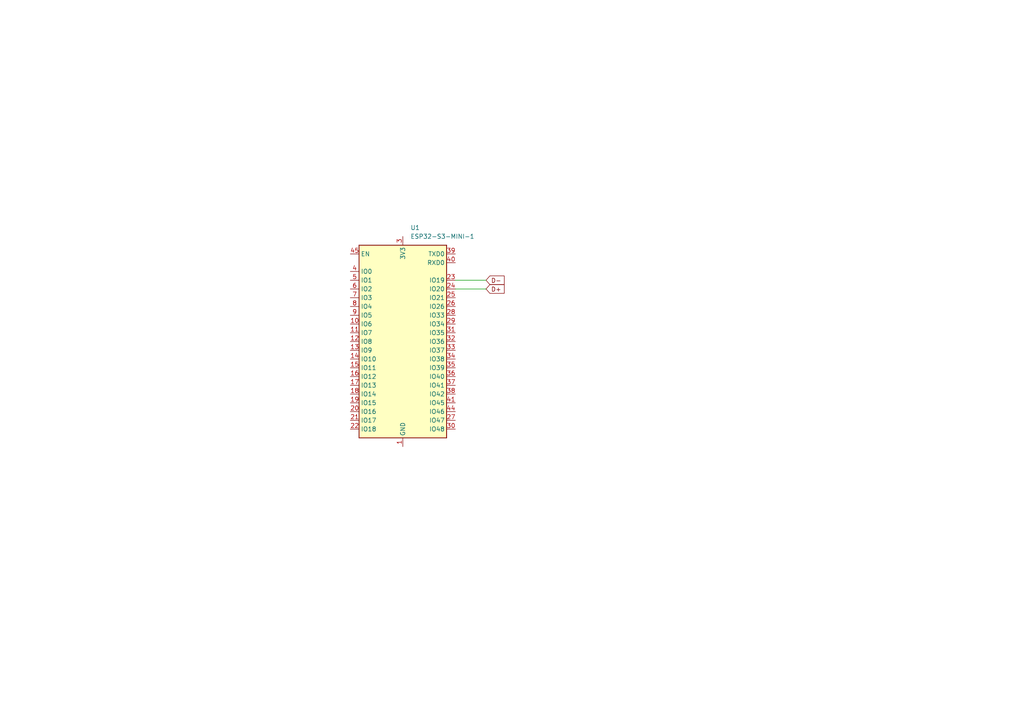
<source format=kicad_sch>
(kicad_sch (version 20231120) (generator "eeschema") (generator_version "8.0")
  (paper "A4")
  (lib_symbols
    (symbol "RF_Module:ESP32-S3-MINI-1"
      (property "Reference" "U" (at -11.43 29.21 0))
      (property "Value" "ESP32-S3-MINI-1" (at 12.7 29.21 0))
      (symbol "ESP32-S3-MINI-1_0_1"
        (rectangle (start -12.7 27.94) (end 12.7 -27.94) (stroke (width 0.254)) (fill (type background)))
      )
      (symbol "ESP32-S3-MINI-1_1_1"
        (pin power_in line (at 0 -30.48 90) (length 2.54) (name "GND") (number "1"))
        (pin bidirectional line (at -15.24 5.08 0) (length 2.54) (name "IO6") (number "10"))
        (pin bidirectional line (at -15.24 2.54 0) (length 2.54) (name "IO7") (number "11"))
        (pin bidirectional line (at -15.24 0 0) (length 2.54) (name "IO8") (number "12"))
        (pin bidirectional line (at -15.24 -2.54 0) (length 2.54) (name "IO9") (number "13"))
        (pin bidirectional line (at -15.24 -5.08 0) (length 2.54) (name "IO10") (number "14"))
        (pin bidirectional line (at -15.24 -7.62 0) (length 2.54) (name "IO11") (number "15"))
        (pin bidirectional line (at -15.24 -10.16 0) (length 2.54) (name "IO12") (number "16"))
        (pin bidirectional line (at -15.24 -12.7 0) (length 2.54) (name "IO13") (number "17"))
        (pin bidirectional line (at -15.24 -15.24 0) (length 2.54) (name "IO14") (number "18"))
        (pin bidirectional line (at -15.24 -17.78 0) (length 2.54) (name "IO15") (number "19"))
        (pin passive line (at 0 -30.48 90) (length 2.54) hide (name "GND") (number "2"))
        (pin bidirectional line (at -15.24 -20.32 0) (length 2.54) (name "IO16") (number "20"))
        (pin bidirectional line (at -15.24 -22.86 0) (length 2.54) (name "IO17") (number "21"))
        (pin bidirectional line (at -15.24 -25.4 0) (length 2.54) (name "IO18") (number "22"))
        (pin bidirectional line (at 15.24 17.78 180) (length 2.54) (name "IO19") (number "23"))
        (pin bidirectional line (at 15.24 15.24 180) (length 2.54) (name "IO20") (number "24"))
        (pin bidirectional line (at 15.24 12.7 180) (length 2.54) (name "IO21") (number "25"))
        (pin bidirectional line (at 15.24 10.16 180) (length 2.54) (name "IO26") (number "26"))
        (pin bidirectional line (at 15.24 -22.86 180) (length 2.54) (name "IO47") (number "27"))
        (pin bidirectional line (at 15.24 7.62 180) (length 2.54) (name "IO33") (number "28"))
        (pin bidirectional line (at 15.24 5.08 180) (length 2.54) (name "IO34") (number "29"))
        (pin power_in line (at 0 30.48 270) (length 2.54) (name "3V3") (number "3"))
        (pin bidirectional line (at 15.24 -25.4 180) (length 2.54) (name "IO48") (number "30"))
        (pin bidirectional line (at 15.24 2.54 180) (length 2.54) (name "IO35") (number "31"))
        (pin bidirectional line (at 15.24 0 180) (length 2.54) (name "IO36") (number "32"))
        (pin bidirectional line (at 15.24 -2.54 180) (length 2.54) (name "IO37") (number "33"))
        (pin bidirectional line (at 15.24 -5.08 180) (length 2.54) (name "IO38") (number "34"))
        (pin bidirectional line (at 15.24 -7.62 180) (length 2.54) (name "IO39") (number "35"))
        (pin bidirectional line (at 15.24 -10.16 180) (length 2.54) (name "IO40") (number "36"))
        (pin bidirectional line (at 15.24 -12.7 180) (length 2.54) (name "IO41") (number "37"))
        (pin bidirectional line (at 15.24 -15.24 180) (length 2.54) (name "IO42") (number "38"))
        (pin bidirectional line (at 15.24 25.4 180) (length 2.54) (name "TXD0") (number "39"))
        (pin bidirectional line (at -15.24 20.32 0) (length 2.54) (name "IO0") (number "4"))
        (pin bidirectional line (at 15.24 22.86 180) (length 2.54) (name "RXD0") (number "40"))
        (pin bidirectional line (at 15.24 -17.78 180) (length 2.54) (name "IO45") (number "41"))
        (pin passive line (at 0 -30.48 90) (length 2.54) hide (name "GND") (number "42"))
        (pin passive line (at 0 -30.48 90) (length 2.54) hide (name "GND") (number "43"))
        (pin bidirectional line (at 15.24 -20.32 180) (length 2.54) (name "IO46") (number "44"))
        (pin input line (at -15.24 25.4 0) (length 2.54) (name "EN") (number "45"))
        (pin passive line (at 0 -30.48 90) (length 2.54) hide (name "GND") (number "46"))
        (pin passive line (at 0 -30.48 90) (length 2.54) hide (name "GND") (number "47"))
        (pin passive line (at 0 -30.48 90) (length 2.54) hide (name "GND") (number "48"))
        (pin passive line (at 0 -30.48 90) (length 2.54) hide (name "GND") (number "49"))
        (pin bidirectional line (at -15.24 17.78 0) (length 2.54) (name "IO1") (number "5"))
        (pin passive line (at 0 -30.48 90) (length 2.54) hide (name "GND") (number "50"))
        (pin passive line (at 0 -30.48 90) (length 2.54) hide (name "GND") (number "51"))
        (pin passive line (at 0 -30.48 90) (length 2.54) hide (name "GND") (number "52"))
        (pin passive line (at 0 -30.48 90) (length 2.54) hide (name "GND") (number "53"))
        (pin passive line (at 0 -30.48 90) (length 2.54) hide (name "GND") (number "54"))
        (pin passive line (at 0 -30.48 90) (length 2.54) hide (name "GND") (number "55"))
        (pin passive line (at 0 -30.48 90) (length 2.54) hide (name "GND") (number "56"))
        (pin passive line (at 0 -30.48 90) (length 2.54) hide (name "GND") (number "57"))
        (pin passive line (at 0 -30.48 90) (length 2.54) hide (name "GND") (number "58"))
        (pin passive line (at 0 -30.48 90) (length 2.54) hide (name "GND") (number "59"))
        (pin bidirectional line (at -15.24 15.24 0) (length 2.54) (name "IO2") (number "6"))
        (pin passive line (at 0 -30.48 90) (length 2.54) hide (name "GND") (number "60"))
        (pin passive line (at 0 -30.48 90) (length 2.54) hide (name "GND") (number "61"))
        (pin passive line (at 0 -30.48 90) (length 2.54) hide (name "GND") (number "62"))
        (pin passive line (at 0 -30.48 90) (length 2.54) hide (name "GND") (number "63"))
        (pin passive line (at 0 -30.48 90) (length 2.54) hide (name "GND") (number "64"))
        (pin passive line (at 0 -30.48 90) (length 2.54) hide (name "GND") (number "65"))
        (pin bidirectional line (at -15.24 12.7 0) (length 2.54) (name "IO3") (number "7"))
        (pin bidirectional line (at -15.24 10.16 0) (length 2.54) (name "IO4") (number "8"))
        (pin bidirectional line (at -15.24 7.62 0) (length 2.54) (name "IO5") (number "9"))
      )
    )
  )
  (wire (pts (xy 140.97 81.28) (xy 132.08 81.28)))
  (wire (pts (xy 132.08 83.82) (xy 140.97 83.82)))
  (global_label "D+" (shape input) (at 140.97 83.82 0) (property "Intersheetrefs" "${INTERSHEET_REFS}" (effects (hide yes))))
  (global_label "D-" (shape input) (at 140.97 81.28 0) (property "Intersheetrefs" "${INTERSHEET_REFS}" (effects (hide yes))))
  (symbol (lib_id "RF_Module:ESP32-S3-MINI-1") (at 116.84 99.06 0) (unit 1)
    (property "Reference" "U1" (at 119.0341 66.04 0) (effects (justify left)))
    (property "Value" "ESP32-S3-MINI-1" (at 119.0341 68.58 0) (effects (justify left)))
    (property "Footprint" "RF_Module:ESP32-S2-MINI-1" (effects (hide yes)))
    (property "Datasheet" "https://www.espressif.com/sites/default/files/documentation/esp32-s3-mini-1_mini-1u_datasheet_en.pdf" (effects (hide yes)))
    (property "Description" "RF Module, ESP32-S3 SoC, Wi-Fi 802.11b/g/n, Bluetooth, BLE, 32-bit, 3.3V, SMD, onboard antenna" (effects (hide yes)))
  )
)
</source>
